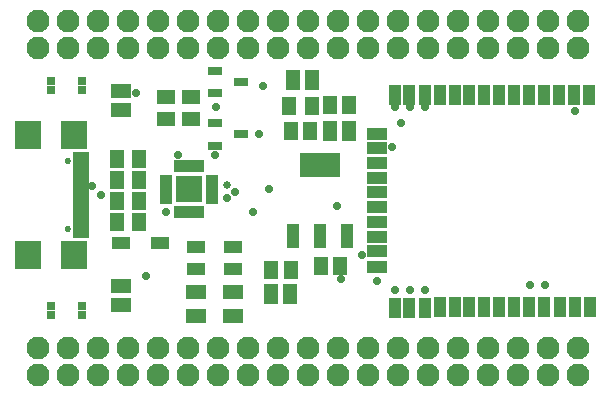
<source format=gts>
%FSTAX23Y23*%
%MOIN*%
%SFA1B1*%

%IPPOS*%
%ADD35R,0.019810X0.041470*%
%ADD36R,0.041470X0.019810*%
%ADD37R,0.088710X0.088710*%
%ADD38R,0.048160X0.065870*%
%ADD39R,0.045010X0.064300*%
%ADD40R,0.029650X0.029650*%
%ADD41R,0.065090X0.045400*%
%ADD42R,0.059180X0.039500*%
%ADD43R,0.065870X0.048160*%
%ADD44R,0.049340X0.031620*%
%ADD45R,0.086740X0.093830*%
%ADD46R,0.053280X0.019810*%
%ADD47R,0.047370X0.063120*%
%ADD48R,0.133980X0.078870*%
%ADD49R,0.043430X0.078870*%
%ADD50R,0.043430X0.067060*%
%ADD51R,0.067060X0.043430*%
%ADD52R,0.063120X0.047370*%
%ADD53R,0.063120X0.043430*%
%ADD54C,0.020800*%
%ADD55C,0.076900*%
%ADD56C,0.025680*%
%ADD57C,0.027690*%
%ADD58C,0.058000*%
%LNesp32-hwe-1*%
%LPD*%
G54D35*
X00642Y00706D03*
X00622D03*
X00603D03*
X00583D03*
X00563D03*
Y00552D03*
X00583D03*
X00603D03*
X00622D03*
X00642D03*
G54D36*
X00526Y00668D03*
Y00649D03*
Y00629D03*
Y00609D03*
Y0059D03*
X0068D03*
Y00609D03*
Y00629D03*
Y00649D03*
Y00668D03*
G54D37*
X00603Y00629D03*
G54D38*
X01013Y00993D03*
X0095D03*
X01073Y00825D03*
X01136D03*
X00941Y0028D03*
X00878D03*
G54D39*
X01007Y00825D03*
X00942D03*
X01107Y00375D03*
X01042D03*
X00942Y0036D03*
X00877D03*
X01072Y0091D03*
X01137D03*
G54D40*
X00144Y0021D03*
Y00239D03*
X00248D03*
Y0021D03*
Y0096D03*
Y00989D03*
X00144D03*
Y0096D03*
G54D41*
X00625Y00286D03*
Y00207D03*
X0075Y00286D03*
Y00207D03*
G54D42*
X00508Y0045D03*
X00375D03*
G54D43*
X00375Y00243D03*
Y00306D03*
Y00956D03*
Y00893D03*
G54D44*
X00691Y0085D03*
Y00775D03*
X00778Y00812D03*
X00691Y01025D03*
Y0095D03*
X00778Y00987D03*
G54D45*
X0022Y00409D03*
Y00811D03*
X00065Y00409D03*
Y00811D03*
G54D46*
X00243Y0073D03*
Y00698D03*
Y00679D03*
Y00639D03*
Y0058D03*
Y00541D03*
Y00521D03*
Y0049D03*
Y00478D03*
Y00509D03*
Y00561D03*
Y006D03*
Y0062D03*
Y00659D03*
Y0071D03*
Y00742D03*
G54D47*
X00437Y0066D03*
X00362D03*
X00437Y0059D03*
X00362D03*
X01012Y00908D03*
X00937D03*
X00362Y0052D03*
X00437D03*
Y0073D03*
X00362D03*
G54D48*
X0104Y00711D03*
G54D49*
X01131Y00475D03*
X0104D03*
X0095D03*
G54D50*
X01289Y00945D03*
X01338D03*
X01389D03*
X01439D03*
X01489D03*
X01537D03*
X01587D03*
X01637Y00944D03*
X01687Y00945D03*
X01737D03*
X01787D03*
X01838D03*
X01888D03*
X01938D03*
X01289Y00234D03*
X01338Y00235D03*
X01389D03*
X01439Y00236D03*
X0149D03*
X01538D03*
X01588D03*
X01638Y00236D03*
X01688Y00236D03*
X01738D03*
X01788D03*
X01839D03*
X01889D03*
X01939D03*
G54D51*
X0123Y00815D03*
Y00768D03*
Y00718D03*
X0123Y00668D03*
X0123Y00619D03*
Y0057D03*
Y0052D03*
Y0047D03*
Y00422D03*
Y00371D03*
G54D52*
X00611Y00862D03*
Y00937D03*
X00525D03*
Y00862D03*
G54D53*
X00625Y00362D03*
Y00437D03*
X0075Y00362D03*
Y00437D03*
G54D54*
X002Y00496D03*
Y00724D03*
G54D55*
X001Y001D03*
X002D03*
X003D03*
X004D03*
X005D03*
X006D03*
X007D03*
X008D03*
X009D03*
X01D03*
X011D03*
X012D03*
X013D03*
X014D03*
X015D03*
X016D03*
X017D03*
X018D03*
X019D03*
X001Y0001D03*
X002D03*
X003D03*
X004D03*
X005D03*
X006D03*
X007D03*
X008D03*
X009D03*
X01D03*
X011D03*
X012D03*
X013D03*
X014D03*
X015D03*
X016D03*
X017D03*
X018D03*
X019D03*
X001Y0119D03*
X002D03*
X003D03*
X004D03*
X005D03*
X006D03*
X007D03*
X008D03*
X009D03*
X01D03*
X011D03*
X012D03*
X013D03*
X014D03*
X015D03*
X016D03*
X017D03*
X018D03*
X019D03*
X001Y011D03*
X002D03*
X003D03*
X004D03*
X005D03*
X006D03*
X007D03*
X008D03*
X009D03*
X01D03*
X011D03*
X012D03*
X013D03*
X014D03*
X015D03*
X016D03*
X017D03*
X018D03*
X019D03*
G54D56*
X00731Y00642D03*
G54D57*
X00755Y0062D03*
X0073Y006D03*
X0129Y00295D03*
X0131Y0085D03*
X0046Y0034D03*
X0111Y0033D03*
X0128Y0077D03*
X0087Y0063D03*
X0174Y0031D03*
X0179D03*
X00691Y00743D03*
X00693Y00904D03*
X00817Y00554D03*
X00526Y00555D03*
X0129Y00904D03*
X0134Y00905D03*
X0139Y00904D03*
X0118Y0041D03*
X0123Y00325D03*
X00837Y00812D03*
X0189Y0089D03*
X01095Y00575D03*
X00565Y00745D03*
X0085Y00975D03*
X00425Y0095D03*
X0031Y0061D03*
X0028Y00639D03*
X0134Y00295D03*
X0139D03*
G54D58*
X00602Y00629D03*
M02*
</source>
